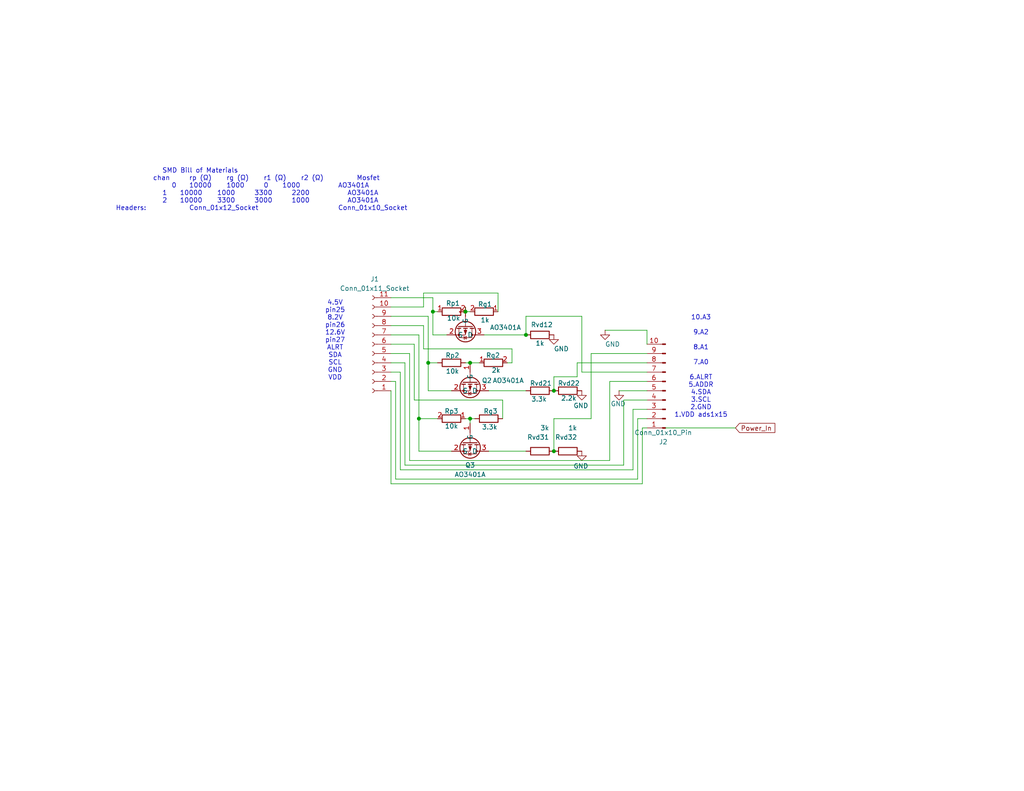
<source format=kicad_sch>
(kicad_sch (version 20250114) (generator "eeschema") (generator_version "9.0")
  (paper "A")
  (title_block (title "BMS_SMD") (date "2026-02-10") (rev "1") (company "Garth") (comment 1 "Smaller Printed Circuit Board"))
  (lib_symbols
    (symbol "AO3401A_1"
      (property "Reference" "Q" (at 5.08 1.905 0))
      (property "Value" "AO3401A" (at 5.08 0 0))
      (symbol "AO3401A_1_0_1"
        (polyline (pts (xy 0.254 1.905) (xy 0.254 -1.905)) (stroke (width 0.254)))
        (polyline (pts (xy 0.254 0) (xy -2.54 0)))
        (polyline (pts (xy 0.762 2.286) (xy 0.762 1.27)) (stroke (width 0.254)))
        (polyline (pts (xy 0.762 1.778) (xy 3.302 1.778) (xy 3.302 -1.778) (xy 0.762 -1.778)))
        (polyline (pts (xy 0.762 0.508) (xy 0.762 -0.508)) (stroke (width 0.254)))
        (polyline (pts (xy 0.762 -1.27) (xy 0.762 -2.286)) (stroke (width 0.254)))
        (circle (center 1.651 0) (radius 2.794) (stroke (width 0.254)))
        (polyline (pts (xy 2.286 0) (xy 1.27 0.381) (xy 1.27 -0.381) (xy 2.286 0)) (fill (type outline)))
        (polyline (pts (xy 2.54 2.54) (xy 2.54 1.778)))
        (circle (center 2.54 1.778) (radius 0.254) (fill (type outline)))
        (circle (center 2.54 -1.778) (radius 0.254) (fill (type outline)))
        (polyline (pts (xy 2.54 -2.54) (xy 2.54 0) (xy 0.762 0)))
        (polyline (pts (xy 2.794 -0.508) (xy 2.921 -0.381) (xy 3.683 -0.381) (xy 3.81 -0.254)))
        (polyline (pts (xy 3.302 -0.381) (xy 2.921 0.254) (xy 3.683 0.254) (xy 3.302 -0.381)))
      )
      (symbol "AO3401A_1_1_1"
        (pin input line (at -5.08 0 0) (length 2.54) (name "G") (number "1"))
        (pin passive line (at 2.54 5.08 270) (length 2.54) (name "D") (number "3"))
        (pin passive line (at 2.54 -5.08 90) (length 2.54) (name "S") (number "2"))
      )
    )
    (symbol "AO3401A_2"
      (property "Reference" "Q" (at 5.08 1.905 0))
      (property "Value" "AO3401A" (at 5.08 0 0))
      (symbol "AO3401A_2_0_1"
        (polyline (pts (xy 0.254 1.905) (xy 0.254 -1.905)) (stroke (width 0.254)))
        (polyline (pts (xy 0.254 0) (xy -2.54 0)))
        (polyline (pts (xy 0.762 2.286) (xy 0.762 1.27)) (stroke (width 0.254)))
        (polyline (pts (xy 0.762 1.778) (xy 3.302 1.778) (xy 3.302 -1.778) (xy 0.762 -1.778)))
        (polyline (pts (xy 0.762 0.508) (xy 0.762 -0.508)) (stroke (width 0.254)))
        (polyline (pts (xy 0.762 -1.27) (xy 0.762 -2.286)) (stroke (width 0.254)))
        (circle (center 1.651 0) (radius 2.794) (stroke (width 0.254)))
        (polyline (pts (xy 2.286 0) (xy 1.27 0.381) (xy 1.27 -0.381) (xy 2.286 0)) (fill (type outline)))
        (polyline (pts (xy 2.54 2.54) (xy 2.54 1.778)))
        (circle (center 2.54 1.778) (radius 0.254) (fill (type outline)))
        (circle (center 2.54 -1.778) (radius 0.254) (fill (type outline)))
        (polyline (pts (xy 2.54 -2.54) (xy 2.54 0) (xy 0.762 0)))
        (polyline (pts (xy 2.794 -0.508) (xy 2.921 -0.381) (xy 3.683 -0.381) (xy 3.81 -0.254)))
        (polyline (pts (xy 3.302 -0.381) (xy 2.921 0.254) (xy 3.683 0.254) (xy 3.302 -0.381)))
      )
      (symbol "AO3401A_2_1_1"
        (pin input line (at -5.08 0 0) (length 2.54) (name "G") (number "1"))
        (pin passive line (at 2.54 5.08 270) (length 2.54) (name "D") (number "3"))
        (pin passive line (at 2.54 -5.08 90) (length 2.54) (name "S") (number "2"))
      )
    )
    (symbol "Connector:Conn_01x10_Pin" (pin_names (offset 1.016) (hide yes))
      (property "Reference" "J" (at 0 12.7 0))
      (property "Value" "Conn_01x10_Pin" (at 0 -15.24 0))
      (symbol "Conn_01x10_Pin_1_1"
        (rectangle (start 0.8636 10.287) (end 0 10.033) (stroke (width 0.1524)) (fill (type outline)))
        (rectangle (start 0.8636 7.747) (end 0 7.493) (stroke (width 0.1524)) (fill (type outline)))
        (rectangle (start 0.8636 5.207) (end 0 4.953) (stroke (width 0.1524)) (fill (type outline)))
        (rectangle (start 0.8636 2.667) (end 0 2.413) (stroke (width 0.1524)) (fill (type outline)))
        (rectangle (start 0.8636 0.127) (end 0 -0.127) (stroke (width 0.1524)) (fill (type outline)))
        (rectangle (start 0.8636 -2.413) (end 0 -2.667) (stroke (width 0.1524)) (fill (type outline)))
        (rectangle (start 0.8636 -4.953) (end 0 -5.207) (stroke (width 0.1524)) (fill (type outline)))
        (rectangle (start 0.8636 -7.493) (end 0 -7.747) (stroke (width 0.1524)) (fill (type outline)))
        (rectangle (start 0.8636 -10.033) (end 0 -10.287) (stroke (width 0.1524)) (fill (type outline)))
        (rectangle (start 0.8636 -12.573) (end 0 -12.827) (stroke (width 0.1524)) (fill (type outline)))
        (polyline (pts (xy 1.27 10.16) (xy 0.8636 10.16)) (stroke (width 0.1524)))
        (polyline (pts (xy 1.27 7.62) (xy 0.8636 7.62)) (stroke (width 0.1524)))
        (polyline (pts (xy 1.27 5.08) (xy 0.8636 5.08)) (stroke (width 0.1524)))
        (polyline (pts (xy 1.27 2.54) (xy 0.8636 2.54)) (stroke (width 0.1524)))
        (polyline (pts (xy 1.27 0) (xy 0.8636 0)) (stroke (width 0.1524)))
        (polyline (pts (xy 1.27 -2.54) (xy 0.8636 -2.54)) (stroke (width 0.1524)))
        (polyline (pts (xy 1.27 -5.08) (xy 0.8636 -5.08)) (stroke (width 0.1524)))
        (polyline (pts (xy 1.27 -7.62) (xy 0.8636 -7.62)) (stroke (width 0.1524)))
        (polyline (pts (xy 1.27 -10.16) (xy 0.8636 -10.16)) (stroke (width 0.1524)))
        (polyline (pts (xy 1.27 -12.7) (xy 0.8636 -12.7)) (stroke (width 0.1524)))
        (pin passive line (at 5.08 10.16 180) (length 3.81) (name "Pin_1") (number "1"))
        (pin passive line (at 5.08 7.62 180) (length 3.81) (name "Pin_2") (number "2"))
        (pin passive line (at 5.08 5.08 180) (length 3.81) (name "Pin_3") (number "3"))
        (pin passive line (at 5.08 2.54 180) (length 3.81) (name "Pin_4") (number "4"))
        (pin passive line (at 5.08 0 180) (length 3.81) (name "Pin_5") (number "5"))
        (pin passive line (at 5.08 -2.54 180) (length 3.81) (name "Pin_6") (number "6"))
        (pin passive line (at 5.08 -5.08 180) (length 3.81) (name "Pin_7") (number "7"))
        (pin passive line (at 5.08 -7.62 180) (length 3.81) (name "Pin_8") (number "8"))
        (pin passive line (at 5.08 -10.16 180) (length 3.81) (name "Pin_9") (number "9"))
        (pin passive line (at 5.08 -12.7 180) (length 3.81) (name "Pin_10") (number "10"))
      )
    )
    (symbol "Connector:Conn_01x11_Socket" (pin_names (offset 1.016) (hide yes))
      (property "Reference" "J" (at 0 15.24 0))
      (property "Value" "Conn_01x11_Socket" (at 0 -15.24 0))
      (symbol "Conn_01x11_Socket_1_1"
        (polyline (pts (xy -1.27 12.7) (xy -0.508 12.7)) (stroke (width 0.1524)))
        (polyline (pts (xy -1.27 10.16) (xy -0.508 10.16)) (stroke (width 0.1524)))
        (polyline (pts (xy -1.27 7.62) (xy -0.508 7.62)) (stroke (width 0.1524)))
        (polyline (pts (xy -1.27 5.08) (xy -0.508 5.08)) (stroke (width 0.1524)))
        (polyline (pts (xy -1.27 2.54) (xy -0.508 2.54)) (stroke (width 0.1524)))
        (polyline (pts (xy -1.27 0) (xy -0.508 0)) (stroke (width 0.1524)))
        (polyline (pts (xy -1.27 -2.54) (xy -0.508 -2.54)) (stroke (width 0.1524)))
        (polyline (pts (xy -1.27 -5.08) (xy -0.508 -5.08)) (stroke (width 0.1524)))
        (polyline (pts (xy -1.27 -7.62) (xy -0.508 -7.62)) (stroke (width 0.1524)))
        (polyline (pts (xy -1.27 -10.16) (xy -0.508 -10.16)) (stroke (width 0.1524)))
        (polyline (pts (xy -1.27 -12.7) (xy -0.508 -12.7)) (stroke (width 0.1524)))
        (arc (start 0 12.192) (mid -0.5058 12.7) (end 0 13.208) (stroke (width 0.1524)))
        (arc (start 0 9.652) (mid -0.5058 10.16) (end 0 10.668) (stroke (width 0.1524)))
        (arc (start 0 7.112) (mid -0.5058 7.62) (end 0 8.128) (stroke (width 0.1524)))
        (arc (start 0 4.572) (mid -0.5058 5.08) (end 0 5.588) (stroke (width 0.1524)))
        (arc (start 0 2.032) (mid -0.5058 2.54) (end 0 3.048) (stroke (width 0.1524)))
        (arc (start 0 -0.508) (mid -0.5058 0) (end 0 0.508) (stroke (width 0.1524)))
        (arc (start 0 -3.048) (mid -0.5058 -2.54) (end 0 -2.032) (stroke (width 0.1524)))
        (arc (start 0 -5.588) (mid -0.5058 -5.08) (end 0 -4.572) (stroke (width 0.1524)))
        (arc (start 0 -8.128) (mid -0.5058 -7.62) (end 0 -7.112) (stroke (width 0.1524)))
        (arc (start 0 -10.668) (mid -0.5058 -10.16) (end 0 -9.652) (stroke (width 0.1524)))
        (arc (start 0 -13.208) (mid -0.5058 -12.7) (end 0 -12.192) (stroke (width 0.1524)))
        (pin passive line (at -5.08 12.7 0) (length 3.81) (name "Pin_1") (number "1"))
        (pin passive line (at -5.08 10.16 0) (length 3.81) (name "Pin_2") (number "2"))
        (pin passive line (at -5.08 7.62 0) (length 3.81) (name "Pin_3") (number "3"))
        (pin passive line (at -5.08 5.08 0) (length 3.81) (name "Pin_4") (number "4"))
        (pin passive line (at -5.08 2.54 0) (length 3.81) (name "Pin_5") (number "5"))
        (pin passive line (at -5.08 0 0) (length 3.81) (name "Pin_6") (number "6"))
        (pin passive line (at -5.08 -2.54 0) (length 3.81) (name "Pin_7") (number "7"))
        (pin passive line (at -5.08 -5.08 0) (length 3.81) (name "Pin_8") (number "8"))
        (pin passive line (at -5.08 -7.62 0) (length 3.81) (name "Pin_9") (number "9"))
        (pin passive line (at -5.08 -10.16 0) (length 3.81) (name "Pin_10") (number "10"))
        (pin passive line (at -5.08 -12.7 0) (length 3.81) (name "Pin_11") (number "11"))
      )
    )
    (symbol "Device:R" (pin_numbers (hide yes)) (pin_names (offset 0))
      (property "Reference" "R" (at 2.032 0 90))
      (property "Value" "R" (at 0 0 90))
      (symbol "R_0_1"
        (rectangle (start -1.016 -2.54) (end 1.016 2.54) (stroke (width 0.254)))
      )
      (symbol "R_1_1"
        (pin passive line (at 0 3.81 270) (length 1.27) (name "~") (number "1"))
        (pin passive line (at 0 -3.81 90) (length 1.27) (name "~") (number "2"))
      )
    )
    (symbol "R_1" (pin_names (offset 0))
      (property "Reference" "R" (at 2.032 0 90))
      (property "Value" "R" (at 0 0 90))
      (symbol "R_1_0_1"
        (rectangle (start -1.016 -2.54) (end 1.016 2.54) (stroke (width 0.254)))
      )
      (symbol "R_1_1_1"
        (pin passive line (at 0 3.81 270) (length 1.27) (name "~") (number "1"))
        (pin passive line (at 0 -3.81 90) (length 1.27) (name "~") (number "2"))
      )
    )
    (symbol "R_2" (pin_names (offset 0))
      (property "Reference" "R" (at 2.032 0 90))
      (property "Value" "R" (at 0 0 90))
      (symbol "R_2_0_1"
        (rectangle (start -1.016 -2.54) (end 1.016 2.54) (stroke (width 0.254)))
      )
      (symbol "R_2_1_1"
        (pin passive line (at 0 3.81 270) (length 1.27) (name "~") (number "1"))
        (pin passive line (at 0 -3.81 90) (length 1.27) (name "~") (number "2"))
      )
    )
    (symbol "R_3" (pin_names (offset 0))
      (property "Reference" "R" (at 2.032 0 90))
      (property "Value" "R" (at 0 0 90))
      (symbol "R_3_0_1"
        (rectangle (start -1.016 -2.54) (end 1.016 2.54) (stroke (width 0.254)))
      )
      (symbol "R_3_1_1"
        (pin passive line (at 0 3.81 270) (length 1.27) (name "~") (number "1"))
        (pin passive line (at 0 -3.81 90) (length 1.27) (name "~") (number "2"))
      )
    )
    (symbol "R_4" (pin_names (offset 0) (hide yes))
      (property "Reference" "R" (at 2.032 0 90))
      (property "Value" "R" (at 0 0 90))
      (symbol "R_4_0_1"
        (rectangle (start -1.016 -2.54) (end 1.016 2.54) (stroke (width 0.254)))
      )
      (symbol "R_4_1_1"
        (pin passive line (at 0 3.81 270) (length 1.27) (name "~") (number "1"))
        (pin passive line (at 0 -3.81 90) (length 1.27) (name "~") (number "2"))
      )
    )
    (symbol "Transistor_FET:AO3401A"
      (property "Reference" "Q" (at 5.08 1.905 0))
      (property "Value" "AO3401A" (at 5.08 0 0))
      (symbol "AO3401A_0_1"
        (polyline (pts (xy 0.254 1.905) (xy 0.254 -1.905)) (stroke (width 0.254)))
        (polyline (pts (xy 0.254 0) (xy -2.54 0)))
        (polyline (pts (xy 0.762 2.286) (xy 0.762 1.27)) (stroke (width 0.254)))
        (polyline (pts (xy 0.762 1.778) (xy 3.302 1.778) (xy 3.302 -1.778) (xy 0.762 -1.778)))
        (polyline (pts (xy 0.762 0.508) (xy 0.762 -0.508)) (stroke (width 0.254)))
        (polyline (pts (xy 0.762 -1.27) (xy 0.762 -2.286)) (stroke (width 0.254)))
        (circle (center 1.651 0) (radius 2.794) (stroke (width 0.254)))
        (polyline (pts (xy 2.286 0) (xy 1.27 0.381) (xy 1.27 -0.381) (xy 2.286 0)) (fill (type outline)))
        (polyline (pts (xy 2.54 2.54) (xy 2.54 1.778)))
        (circle (center 2.54 1.778) (radius 0.254) (fill (type outline)))
        (circle (center 2.54 -1.778) (radius 0.254) (fill (type outline)))
        (polyline (pts (xy 2.54 -2.54) (xy 2.54 0) (xy 0.762 0)))
        (polyline (pts (xy 2.794 -0.508) (xy 2.921 -0.381) (xy 3.683 -0.381) (xy 3.81 -0.254)))
        (polyline (pts (xy 3.302 -0.381) (xy 2.921 0.254) (xy 3.683 0.254) (xy 3.302 -0.381)))
      )
      (symbol "AO3401A_1_1"
        (pin input line (at -5.08 0 0) (length 2.54) (name "G") (number "1"))
        (pin passive line (at 2.54 5.08 270) (length 2.54) (name "D") (number "3"))
        (pin passive line (at 2.54 -5.08 90) (length 2.54) (name "S") (number "2"))
      )
    )
    (symbol "power:GND" (power) (pin_numbers (hide yes)) (pin_names (offset 0) (hide yes))
      (property "Value" "GND" (at 0 -3.81 0))
      (symbol "GND_0_1"
        (polyline (pts (xy 0 0) (xy 0 -1.27) (xy 1.27 -1.27) (xy 0 -2.54) (xy -1.27 -1.27) (xy 0 -1.27)))
      )
      (symbol "GND_1_1"
        (pin power_in line (at 0 0 270) (length 0) (name "~") (number "1"))
      )
    )
  )
  (text "SMD Bill of Materials								\nchan	rp (Ω)	rg (Ω)	r1 (Ω)	r2 (Ω)		Mosfet		\n0	10000	1000	0	1000		AO3401A		\n1	10000	1000	3300	2200		AO3401A		\n2	10000	3300	3000	1000		AO3401A		\nHeaders:		Conn_01x12_Socket				Conn_01x10_Socket		" (at 77.216 51.816 0) (effects (font (size 1.27 1.27))))
  (text "10.A3\n\n9.A2\n\n8.A1\n\n7.A0\n\n6.ALRT\n5.ADDR\n4.SDA\n3.SCL\n2.GND\n1.VDD ads1x15" (at 191.262 100.076 0) (effects (font (size 1.27 1.27))))
  (text "4.5V\npin25\n8.2V\npin26\n12.6V\npin27\nALRT\nSDA\nSCL\nGND\nVDD" (at 91.44 92.964 0) (effects (font (size 1.27 1.27))))
  (junction (at 151.13 123.19))
  (junction (at 151.13 106.68))
  (junction (at 143.51 91.44))
  (junction (at 118.11 85.09))
  (junction (at 127 85.09))
  (junction (at 116.84 99.06))
  (junction (at 128.27 114.3))
  (junction (at 128.27 99.06))
  (junction (at 114.3 114.3))
  (wire (pts (xy 176.53 90.17) (xy 176.53 93.98)))
  (wire (pts (xy 116.84 99.06) (xy 116.84 106.68)))
  (wire (pts (xy 175.26 116.84) (xy 176.53 116.84)))
  (wire (pts (xy 166.37 125.73) (xy 166.37 104.14)))
  (wire (pts (xy 106.68 132.08) (xy 175.26 132.08)))
  (wire (pts (xy 118.11 85.09) (xy 119.38 85.09)))
  (wire (pts (xy 111.76 125.73) (xy 111.76 96.52)))
  (wire (pts (xy 139.7 95.25) (xy 115.57 95.25)))
  (wire (pts (xy 158.75 86.36) (xy 158.75 101.6)))
  (wire (pts (xy 151.13 123.19) (xy 151.13 114.3)))
  (wire (pts (xy 127 85.09) (xy 128.27 85.09)))
  (wire (pts (xy 118.11 91.44) (xy 121.92 91.44)))
  (wire (pts (xy 109.22 128.27) (xy 172.72 128.27)))
  (wire (pts (xy 106.68 104.14) (xy 107.95 104.14)))
  (wire (pts (xy 106.68 86.36) (xy 116.84 86.36)))
  (wire (pts (xy 115.57 88.9) (xy 115.57 95.25)))
  (wire (pts (xy 172.72 111.76) (xy 176.53 111.76)))
  (wire (pts (xy 165.1 90.17) (xy 176.53 90.17)))
  (wire (pts (xy 127 114.3) (xy 128.27 114.3)))
  (wire (pts (xy 161.29 96.52) (xy 176.53 96.52)))
  (wire (pts (xy 114.3 91.44) (xy 114.3 114.3)))
  (wire (pts (xy 106.68 101.6) (xy 109.22 101.6)))
  (wire (pts (xy 114.3 114.3) (xy 119.38 114.3)))
  (wire (pts (xy 106.68 88.9) (xy 115.57 88.9)))
  (wire (pts (xy 106.68 106.68) (xy 106.68 132.08)))
  (wire (pts (xy 139.7 99.06) (xy 138.43 99.06)))
  (wire (pts (xy 118.11 81.28) (xy 118.11 85.09)))
  (wire (pts (xy 137.16 114.3) (xy 137.16 109.22)))
  (wire (pts (xy 110.49 99.06) (xy 110.49 127)))
  (wire (pts (xy 173.99 114.3) (xy 176.53 114.3)))
  (wire (pts (xy 106.68 93.98) (xy 113.03 93.98)))
  (wire (pts (xy 157.48 99.06) (xy 157.48 102.87)))
  (wire (pts (xy 106.68 96.52) (xy 111.76 96.52)))
  (wire (pts (xy 135.89 80.01) (xy 135.89 85.09)))
  (wire (pts (xy 170.18 109.22) (xy 170.18 127)))
  (wire (pts (xy 128.27 114.3) (xy 129.54 114.3)))
  (wire (pts (xy 143.51 86.36) (xy 158.75 86.36)))
  (wire (pts (xy 173.99 130.81) (xy 173.99 114.3)))
  (wire (pts (xy 170.18 109.22) (xy 176.53 109.22)))
  (wire (pts (xy 157.48 102.87) (xy 151.13 102.87)))
  (wire (pts (xy 114.3 123.19) (xy 123.19 123.19)))
  (wire (pts (xy 132.08 91.44) (xy 143.51 91.44)))
  (wire (pts (xy 151.13 102.87) (xy 151.13 106.68)))
  (wire (pts (xy 158.75 101.6) (xy 176.53 101.6)))
  (wire (pts (xy 168.91 106.68) (xy 176.53 106.68)))
  (wire (pts (xy 116.84 86.36) (xy 116.84 99.06)))
  (wire (pts (xy 110.49 127) (xy 170.18 127)))
  (wire (pts (xy 116.84 99.06) (xy 119.38 99.06)))
  (wire (pts (xy 107.95 130.81) (xy 173.99 130.81)))
  (wire (pts (xy 128.27 99.06) (xy 130.81 99.06)))
  (wire (pts (xy 133.35 106.68) (xy 143.51 106.68)))
  (wire (pts (xy 139.7 95.25) (xy 139.7 99.06)))
  (wire (pts (xy 106.68 83.82) (xy 115.57 83.82)))
  (wire (pts (xy 109.22 101.6) (xy 109.22 128.27)))
  (wire (pts (xy 166.37 104.14) (xy 176.53 104.14)))
  (wire (pts (xy 107.95 104.14) (xy 107.95 130.81)))
  (wire (pts (xy 161.29 114.3) (xy 161.29 96.52)))
  (wire (pts (xy 151.13 114.3) (xy 161.29 114.3)))
  (wire (pts (xy 115.57 80.01) (xy 135.89 80.01)))
  (wire (pts (xy 116.84 106.68) (xy 123.19 106.68)))
  (wire (pts (xy 113.03 109.22) (xy 137.16 109.22)))
  (wire (pts (xy 172.72 128.27) (xy 172.72 111.76)))
  (wire (pts (xy 143.51 86.36) (xy 143.51 91.44)))
  (wire (pts (xy 114.3 91.44) (xy 106.68 91.44)))
  (wire (pts (xy 115.57 83.82) (xy 115.57 80.01)))
  (wire (pts (xy 106.68 99.06) (xy 110.49 99.06)))
  (wire (pts (xy 200.66 116.84) (xy 181.61 116.84)))
  (wire (pts (xy 106.68 81.28) (xy 118.11 81.28)))
  (wire (pts (xy 127 99.06) (xy 128.27 99.06)))
  (wire (pts (xy 113.03 93.98) (xy 113.03 109.22)))
  (wire (pts (xy 166.37 125.73) (xy 111.76 125.73)))
  (wire (pts (xy 118.11 85.09) (xy 118.11 91.44)))
  (wire (pts (xy 128.27 114.3) (xy 128.27 115.57)))
  (wire (pts (xy 127 83.82) (xy 127 85.09)))
  (wire (pts (xy 114.3 114.3) (xy 114.3 123.19)))
  (wire (pts (xy 157.48 99.06) (xy 176.53 99.06)))
  (wire (pts (xy 133.35 123.19) (xy 143.51 123.19)))
  (wire (pts (xy 175.26 132.08) (xy 175.26 116.84)))
  (global_label "Power_In" (shape input) (at 200.66 116.84 0) (property "Intersheetrefs" "${INTERSHEET_REFS}" (effects (hide yes))))
  (symbol (lib_name "AO3401A_2") (lib_id "Transistor_FET:AO3401A") (at 128.27 104.14 270) (unit 1)
    (property "Reference" "Q2" (at 132.842 103.886 90))
    (property "Value" "AO3401A" (at 138.684 103.886 90))
    (property "Footprint" "Package_TO_SOT_SMD:SOT-23" (effects (hide yes)))
    (property "Datasheet" "http://www.aosmd.com/pdfs/datasheet/AO3401A.pdf" (effects (hide yes)))
    (property "Description" "-4.0A Id, -30V Vds, P-Channel MOSFET, SOT-23" (effects (hide yes)))
  )
  (symbol (lib_id "Device:R") (at 147.32 91.44 270) (unit 1)
    (property "Reference" "Rvd12" (at 147.828 88.646 90))
    (property "Value" "1k" (at 147.32 93.726 90))
    (property "Footprint" "Resistor_SMD:R_1210_3225Metric_Pad1.30x2.65mm_HandSolder" (effects (hide yes)))
    (property "Description" "Resistor" (effects (hide yes)))
  )
  (symbol (lib_id "power:GND") (at 158.75 106.68 0) (unit 1)
    (property "Reference" "#PWR02" (effects (hide yes)))
    (property "Value" "GND" (at 158.496 110.744 0))
    (property "Description" "Power symbol creates a global label with name \"GND\" , ground" (effects (hide yes)))
  )
  (symbol (lib_name "R_2") (lib_id "Device:R") (at 123.19 114.3 270) (unit 1)
    (property "Reference" "Rp3" (at 123.19 112.268 90))
    (property "Value" "10k" (at 123.19 116.332 90))
    (property "Footprint" "Resistor_SMD:R_1210_3225Metric_Pad1.30x2.65mm_HandSolder" (effects (hide yes)))
    (property "Description" "Resistor" (effects (hide yes)))
  )
  (symbol (lib_id "Connector:Conn_01x10_Pin") (at 181.61 106.68 180) (unit 1)
    (property "Reference" "J2" (at 180.975 120.65 0))
    (property "Value" "Conn_01x10_Pin" (at 180.975 118.11 0))
    (property "Footprint" "Connector_PinSocket_2.54mm:PinSocket_1x10_P2.54mm_Vertical" (effects (hide yes)))
    (property "Description" "Generic connector, single row, 01x10, script generated" (effects (hide yes)))
  )
  (symbol (lib_name "AO3401A_1") (lib_id "Transistor_FET:AO3401A") (at 127 88.9 270) (unit 1)
    (property "Reference" "Q1" (effects (hide yes)))
    (property "Value" "AO3401A" (at 137.922 89.408 90))
    (property "Footprint" "Package_TO_SOT_SMD:SOT-23" (effects (hide yes)))
    (property "Datasheet" "http://www.aosmd.com/pdfs/datasheet/AO3401A.pdf" (effects (hide yes)))
    (property "Description" "-4.0A Id, -30V Vds, P-Channel MOSFET, SOT-23" (effects (hide yes)))
  )
  (symbol (lib_id "power:GND") (at 158.75 123.19 0) (unit 1)
    (property "Reference" "#PWR03" (effects (hide yes)))
    (property "Value" "GND" (at 158.496 127.254 0))
    (property "Description" "Power symbol creates a global label with name \"GND\" , ground" (effects (hide yes)))
  )
  (symbol (lib_name "R_1") (lib_id "Device:R") (at 134.62 99.06 90) (unit 1)
    (property "Reference" "Rg2" (at 132.588 97.028 90) (effects (justify right)))
    (property "Value" "2k" (at 134.112 101.092 90) (effects (justify right)))
    (property "Footprint" "Resistor_SMD:R_1210_3225Metric_Pad1.30x2.65mm_HandSolder" (effects (hide yes)))
    (property "Description" "Resistor" (effects (hide yes)))
  )
  (symbol (lib_id "Device:R") (at 123.19 99.06 270) (unit 1)
    (property "Reference" "Rp2" (at 123.444 97.028 90))
    (property "Value" "10k" (at 123.444 101.346 90))
    (property "Footprint" "Resistor_SMD:R_1210_3225Metric_Pad1.30x2.65mm_HandSolder" (effects (hide yes)))
    (property "Description" "Resistor" (effects (hide yes)))
  )
  (symbol (lib_name "R_4") (lib_id "Device:R") (at 132.08 85.09 270) (mirror x) (unit 1)
    (property "Reference" "Rg1" (at 132.334 83.058 90))
    (property "Value" "1k" (at 132.334 87.376 90))
    (property "Footprint" "Resistor_SMD:R_1210_3225Metric_Pad1.30x2.65mm_HandSolder" (effects (hide yes)))
    (property "Description" "Resistor" (effects (hide yes)))
  )
  (symbol (lib_id "power:GND") (at 165.1 90.17 0) (unit 1)
    (property "Reference" "#PWR04" (effects (hide yes)))
    (property "Value" "GND" (at 167.132 93.98 0))
    (property "Description" "Power symbol creates a global label with name \"GND\" , ground" (effects (hide yes)))
  )
  (symbol (lib_id "Device:R") (at 133.35 114.3 90) (unit 1)
    (property "Reference" "Rg3" (at 133.858 112.268 90))
    (property "Value" "3.3k" (at 133.604 116.586 90))
    (property "Footprint" "Resistor_SMD:R_1210_3225Metric_Pad1.30x2.65mm_HandSolder" (effects (hide yes)))
    (property "Description" "Resistor" (effects (hide yes)))
  )
  (symbol (lib_id "Device:R") (at 147.32 106.68 90) (unit 1)
    (property "Reference" "Rvd21" (at 147.574 104.648 90))
    (property "Value" "3.3k" (at 147.066 108.966 90))
    (property "Footprint" "Resistor_SMD:R_1210_3225Metric_Pad1.30x2.65mm_HandSolder" (effects (hide yes)))
    (property "Description" "Resistor" (effects (hide yes)))
  )
  (symbol (lib_id "power:GND") (at 168.91 106.68 0) (unit 1)
    (property "Reference" "#PWR05" (effects (hide yes)))
    (property "Value" "GND" (at 168.656 110.236 0))
    (property "Description" "Power symbol creates a global label with name \"GND\" , ground" (effects (hide yes)))
  )
  (symbol (lib_id "Device:R") (at 154.94 106.68 270) (mirror x) (unit 1)
    (property "Reference" "Rvd22" (at 155.194 104.648 90))
    (property "Value" "2.2k" (at 155.194 108.712 90))
    (property "Footprint" "Resistor_SMD:R_1210_3225Metric_Pad1.30x2.65mm_HandSolder" (effects (hide yes)))
    (property "Description" "Resistor" (effects (hide yes)))
  )
  (symbol (lib_id "Connector:Conn_01x11_Socket") (at 101.6 93.98 180) (unit 1)
    (property "Reference" "J1" (at 102.235 76.2 0))
    (property "Value" "Conn_01x11_Socket" (at 102.235 78.74 0))
    (property "Footprint" "Connector_PinSocket_2.54mm:PinSocket_1x11_P2.54mm_Vertical" (effects (hide yes)))
    (property "Description" "Generic connector, single row, 01x11, script generated" (effects (hide yes)))
  )
  (symbol (lib_name "R_3") (lib_id "Device:R") (at 123.19 85.09 90) (unit 1)
    (property "Reference" "Rp1" (at 121.666 82.804 90) (effects (justify right)))
    (property "Value" "10k" (at 121.92 86.868 90) (effects (justify right)))
    (property "Footprint" "Resistor_SMD:R_1210_3225Metric_Pad1.30x2.65mm_HandSolder" (effects (hide yes)))
    (property "Description" "Resistor" (effects (hide yes)))
  )
  (symbol (lib_id "Transistor_FET:AO3401A") (at 128.27 120.65 270) (unit 1)
    (property "Reference" "Q3" (at 128.27 127 90))
    (property "Value" "AO3401A" (at 128.27 129.54 90))
    (property "Footprint" "Package_TO_SOT_SMD:SOT-23" (effects (hide yes)))
    (property "Datasheet" "http://www.aosmd.com/pdfs/datasheet/AO3401A.pdf" (effects (hide yes)))
    (property "Description" "-4.0A Id, -30V Vds, P-Channel MOSFET, SOT-23" (effects (hide yes)))
  )
  (symbol (lib_id "power:GND") (at 151.13 91.44 0) (unit 1)
    (property "Reference" "#PWR01" (effects (hide yes)))
    (property "Value" "GND" (at 153.162 95.25 0))
    (property "Description" "Power symbol creates a global label with name \"GND\" , ground" (effects (hide yes)))
  )
  (symbol (lib_id "Device:R") (at 154.94 123.19 90) (unit 1)
    (property "Reference" "Rvd32" (at 157.48 119.3801 90) (effects (justify left)))
    (property "Value" "1k" (at 157.48 116.8401 90) (effects (justify left)))
    (property "Footprint" "Resistor_SMD:R_1210_3225Metric_Pad1.30x2.65mm_HandSolder" (effects (hide yes)))
    (property "Description" "Resistor" (effects (hide yes)))
  )
  (symbol (lib_id "Device:R") (at 147.32 123.19 90) (unit 1)
    (property "Reference" "Rvd31" (at 149.86 119.3801 90) (effects (justify left)))
    (property "Value" "3k" (at 149.86 116.8401 90) (effects (justify left)))
    (property "Footprint" "Resistor_SMD:R_1210_3225Metric_Pad1.30x2.65mm_HandSolder" (effects (hide yes)))
    (property "Description" "Resistor" (effects (hide yes)))
  )
)
</source>
